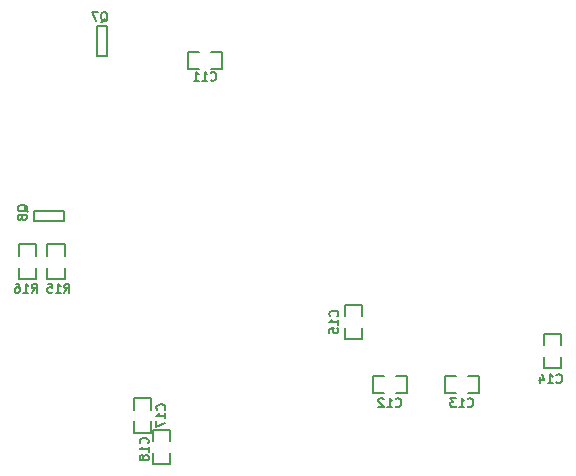
<source format=gbo>
G04 (created by PCBNEW (2013-jul-07)-stable) date Mon 11 May 2015 11:07:11 AM PDT*
%MOIN*%
G04 Gerber Fmt 3.4, Leading zero omitted, Abs format*
%FSLAX34Y34*%
G01*
G70*
G90*
G04 APERTURE LIST*
%ADD10C,0.006*%
G04 APERTURE END LIST*
G54D10*
X76470Y-50511D02*
X76809Y-50511D01*
X76470Y-49486D02*
X76809Y-49486D01*
X76809Y-50511D02*
X76809Y-49486D01*
X76470Y-49486D02*
X76470Y-50511D01*
X74368Y-55670D02*
X74368Y-56009D01*
X75393Y-55670D02*
X75393Y-56009D01*
X74368Y-56009D02*
X75393Y-56009D01*
X75393Y-55670D02*
X74368Y-55670D01*
X74450Y-57555D02*
X74450Y-57942D01*
X74450Y-57942D02*
X73869Y-57942D01*
X73869Y-57942D02*
X73869Y-57555D01*
X74450Y-56777D02*
X74450Y-57161D01*
X74450Y-56777D02*
X73869Y-56777D01*
X73869Y-56777D02*
X73869Y-57161D01*
X75410Y-57555D02*
X75410Y-57942D01*
X75410Y-57942D02*
X74829Y-57942D01*
X74829Y-57942D02*
X74829Y-57555D01*
X75410Y-56777D02*
X75410Y-57161D01*
X75410Y-56777D02*
X74829Y-56777D01*
X74829Y-56777D02*
X74829Y-57161D01*
X80278Y-50356D02*
X80652Y-50356D01*
X79884Y-50356D02*
X79511Y-50356D01*
X80278Y-50923D02*
X80652Y-50923D01*
X79511Y-50923D02*
X79884Y-50923D01*
X80652Y-50923D02*
X80652Y-50356D01*
X79511Y-50356D02*
X79511Y-50923D01*
X88838Y-61156D02*
X89212Y-61156D01*
X88444Y-61156D02*
X88071Y-61156D01*
X88838Y-61723D02*
X89212Y-61723D01*
X88071Y-61723D02*
X88444Y-61723D01*
X89212Y-61723D02*
X89212Y-61156D01*
X88071Y-61156D02*
X88071Y-61723D01*
X91396Y-60121D02*
X91396Y-59747D01*
X91396Y-60515D02*
X91396Y-60888D01*
X91963Y-60121D02*
X91963Y-59747D01*
X91963Y-60888D02*
X91963Y-60515D01*
X91963Y-59747D02*
X91396Y-59747D01*
X91396Y-60888D02*
X91963Y-60888D01*
X84756Y-59161D02*
X84756Y-58787D01*
X84756Y-59555D02*
X84756Y-59928D01*
X85323Y-59161D02*
X85323Y-58787D01*
X85323Y-59928D02*
X85323Y-59555D01*
X85323Y-58787D02*
X84756Y-58787D01*
X84756Y-59928D02*
X85323Y-59928D01*
X86438Y-61156D02*
X86812Y-61156D01*
X86044Y-61156D02*
X85671Y-61156D01*
X86438Y-61723D02*
X86812Y-61723D01*
X85671Y-61723D02*
X86044Y-61723D01*
X86812Y-61723D02*
X86812Y-61156D01*
X85671Y-61156D02*
X85671Y-61723D01*
X77716Y-62281D02*
X77716Y-61907D01*
X77716Y-62675D02*
X77716Y-63048D01*
X78283Y-62281D02*
X78283Y-61907D01*
X78283Y-63048D02*
X78283Y-62675D01*
X78283Y-61907D02*
X77716Y-61907D01*
X77716Y-63048D02*
X78283Y-63048D01*
X78356Y-63321D02*
X78356Y-62947D01*
X78356Y-63715D02*
X78356Y-64088D01*
X78923Y-63321D02*
X78923Y-62947D01*
X78923Y-64088D02*
X78923Y-63715D01*
X78923Y-62947D02*
X78356Y-62947D01*
X78356Y-64088D02*
X78923Y-64088D01*
X76603Y-49362D02*
X76631Y-49348D01*
X76660Y-49319D01*
X76703Y-49276D01*
X76731Y-49262D01*
X76760Y-49262D01*
X76746Y-49334D02*
X76774Y-49319D01*
X76803Y-49291D01*
X76817Y-49234D01*
X76817Y-49134D01*
X76803Y-49076D01*
X76774Y-49048D01*
X76746Y-49034D01*
X76689Y-49034D01*
X76660Y-49048D01*
X76631Y-49076D01*
X76617Y-49134D01*
X76617Y-49234D01*
X76631Y-49291D01*
X76660Y-49319D01*
X76689Y-49334D01*
X76746Y-49334D01*
X76517Y-49034D02*
X76317Y-49034D01*
X76446Y-49334D01*
X74165Y-55680D02*
X74151Y-55651D01*
X74122Y-55622D01*
X74080Y-55580D01*
X74065Y-55551D01*
X74065Y-55522D01*
X74137Y-55537D02*
X74122Y-55508D01*
X74094Y-55480D01*
X74037Y-55465D01*
X73937Y-55465D01*
X73880Y-55480D01*
X73851Y-55508D01*
X73837Y-55537D01*
X73837Y-55594D01*
X73851Y-55622D01*
X73880Y-55651D01*
X73937Y-55665D01*
X74037Y-55665D01*
X74094Y-55651D01*
X74122Y-55622D01*
X74137Y-55594D01*
X74137Y-55537D01*
X73965Y-55837D02*
X73951Y-55808D01*
X73937Y-55794D01*
X73908Y-55780D01*
X73894Y-55780D01*
X73865Y-55794D01*
X73851Y-55808D01*
X73837Y-55837D01*
X73837Y-55894D01*
X73851Y-55922D01*
X73865Y-55937D01*
X73894Y-55951D01*
X73908Y-55951D01*
X73937Y-55937D01*
X73951Y-55922D01*
X73965Y-55894D01*
X73965Y-55837D01*
X73980Y-55808D01*
X73994Y-55794D01*
X74022Y-55780D01*
X74080Y-55780D01*
X74108Y-55794D01*
X74122Y-55808D01*
X74137Y-55837D01*
X74137Y-55894D01*
X74122Y-55922D01*
X74108Y-55937D01*
X74080Y-55951D01*
X74022Y-55951D01*
X73994Y-55937D01*
X73980Y-55922D01*
X73965Y-55894D01*
X74307Y-58389D02*
X74407Y-58246D01*
X74478Y-58389D02*
X74478Y-58089D01*
X74364Y-58089D01*
X74335Y-58103D01*
X74321Y-58117D01*
X74307Y-58146D01*
X74307Y-58189D01*
X74321Y-58217D01*
X74335Y-58232D01*
X74364Y-58246D01*
X74478Y-58246D01*
X74021Y-58389D02*
X74192Y-58389D01*
X74107Y-58389D02*
X74107Y-58089D01*
X74135Y-58132D01*
X74164Y-58160D01*
X74192Y-58174D01*
X73764Y-58089D02*
X73821Y-58089D01*
X73849Y-58103D01*
X73864Y-58117D01*
X73892Y-58160D01*
X73907Y-58217D01*
X73907Y-58332D01*
X73892Y-58360D01*
X73878Y-58374D01*
X73849Y-58389D01*
X73792Y-58389D01*
X73764Y-58374D01*
X73749Y-58360D01*
X73735Y-58332D01*
X73735Y-58260D01*
X73749Y-58232D01*
X73764Y-58217D01*
X73792Y-58203D01*
X73849Y-58203D01*
X73878Y-58217D01*
X73892Y-58232D01*
X73907Y-58260D01*
X75389Y-58389D02*
X75489Y-58246D01*
X75561Y-58389D02*
X75561Y-58089D01*
X75446Y-58089D01*
X75418Y-58103D01*
X75403Y-58117D01*
X75389Y-58146D01*
X75389Y-58189D01*
X75403Y-58217D01*
X75418Y-58232D01*
X75446Y-58246D01*
X75561Y-58246D01*
X75103Y-58389D02*
X75275Y-58389D01*
X75189Y-58389D02*
X75189Y-58089D01*
X75218Y-58132D01*
X75246Y-58160D01*
X75275Y-58174D01*
X74832Y-58089D02*
X74975Y-58089D01*
X74989Y-58232D01*
X74975Y-58217D01*
X74946Y-58203D01*
X74875Y-58203D01*
X74846Y-58217D01*
X74832Y-58232D01*
X74818Y-58260D01*
X74818Y-58332D01*
X74832Y-58360D01*
X74846Y-58374D01*
X74875Y-58389D01*
X74946Y-58389D01*
X74975Y-58374D01*
X74989Y-58360D01*
X80272Y-51292D02*
X80287Y-51307D01*
X80330Y-51321D01*
X80358Y-51321D01*
X80401Y-51307D01*
X80430Y-51278D01*
X80444Y-51250D01*
X80458Y-51192D01*
X80458Y-51150D01*
X80444Y-51092D01*
X80430Y-51064D01*
X80401Y-51035D01*
X80358Y-51021D01*
X80330Y-51021D01*
X80287Y-51035D01*
X80272Y-51050D01*
X79987Y-51321D02*
X80158Y-51321D01*
X80072Y-51321D02*
X80072Y-51021D01*
X80101Y-51064D01*
X80130Y-51092D01*
X80158Y-51107D01*
X79701Y-51321D02*
X79872Y-51321D01*
X79787Y-51321D02*
X79787Y-51021D01*
X79815Y-51064D01*
X79844Y-51092D01*
X79872Y-51107D01*
X88832Y-62172D02*
X88847Y-62187D01*
X88890Y-62201D01*
X88918Y-62201D01*
X88961Y-62187D01*
X88990Y-62158D01*
X89004Y-62130D01*
X89018Y-62072D01*
X89018Y-62030D01*
X89004Y-61972D01*
X88990Y-61944D01*
X88961Y-61915D01*
X88918Y-61901D01*
X88890Y-61901D01*
X88847Y-61915D01*
X88832Y-61930D01*
X88547Y-62201D02*
X88718Y-62201D01*
X88632Y-62201D02*
X88632Y-61901D01*
X88661Y-61944D01*
X88690Y-61972D01*
X88718Y-61987D01*
X88447Y-61901D02*
X88261Y-61901D01*
X88361Y-62015D01*
X88318Y-62015D01*
X88290Y-62030D01*
X88275Y-62044D01*
X88261Y-62072D01*
X88261Y-62144D01*
X88275Y-62172D01*
X88290Y-62187D01*
X88318Y-62201D01*
X88404Y-62201D01*
X88432Y-62187D01*
X88447Y-62172D01*
X91792Y-61372D02*
X91807Y-61387D01*
X91850Y-61401D01*
X91878Y-61401D01*
X91921Y-61387D01*
X91950Y-61358D01*
X91964Y-61330D01*
X91978Y-61272D01*
X91978Y-61230D01*
X91964Y-61172D01*
X91950Y-61144D01*
X91921Y-61115D01*
X91878Y-61101D01*
X91850Y-61101D01*
X91807Y-61115D01*
X91792Y-61130D01*
X91507Y-61401D02*
X91678Y-61401D01*
X91592Y-61401D02*
X91592Y-61101D01*
X91621Y-61144D01*
X91650Y-61172D01*
X91678Y-61187D01*
X91250Y-61201D02*
X91250Y-61401D01*
X91321Y-61087D02*
X91392Y-61301D01*
X91207Y-61301D01*
X84492Y-59167D02*
X84507Y-59152D01*
X84521Y-59110D01*
X84521Y-59081D01*
X84507Y-59038D01*
X84478Y-59010D01*
X84450Y-58995D01*
X84392Y-58981D01*
X84350Y-58981D01*
X84292Y-58995D01*
X84264Y-59010D01*
X84235Y-59038D01*
X84221Y-59081D01*
X84221Y-59110D01*
X84235Y-59152D01*
X84250Y-59167D01*
X84521Y-59452D02*
X84521Y-59281D01*
X84521Y-59367D02*
X84221Y-59367D01*
X84264Y-59338D01*
X84292Y-59310D01*
X84307Y-59281D01*
X84221Y-59724D02*
X84221Y-59581D01*
X84364Y-59567D01*
X84350Y-59581D01*
X84335Y-59610D01*
X84335Y-59681D01*
X84350Y-59710D01*
X84364Y-59724D01*
X84392Y-59738D01*
X84464Y-59738D01*
X84492Y-59724D01*
X84507Y-59710D01*
X84521Y-59681D01*
X84521Y-59610D01*
X84507Y-59581D01*
X84492Y-59567D01*
X86432Y-62172D02*
X86447Y-62187D01*
X86490Y-62201D01*
X86518Y-62201D01*
X86561Y-62187D01*
X86590Y-62158D01*
X86604Y-62130D01*
X86618Y-62072D01*
X86618Y-62030D01*
X86604Y-61972D01*
X86590Y-61944D01*
X86561Y-61915D01*
X86518Y-61901D01*
X86490Y-61901D01*
X86447Y-61915D01*
X86432Y-61930D01*
X86147Y-62201D02*
X86318Y-62201D01*
X86232Y-62201D02*
X86232Y-61901D01*
X86261Y-61944D01*
X86290Y-61972D01*
X86318Y-61987D01*
X86032Y-61930D02*
X86018Y-61915D01*
X85990Y-61901D01*
X85918Y-61901D01*
X85890Y-61915D01*
X85875Y-61930D01*
X85861Y-61958D01*
X85861Y-61987D01*
X85875Y-62030D01*
X86047Y-62201D01*
X85861Y-62201D01*
X78732Y-62287D02*
X78747Y-62272D01*
X78761Y-62230D01*
X78761Y-62201D01*
X78747Y-62158D01*
X78718Y-62130D01*
X78690Y-62115D01*
X78632Y-62101D01*
X78590Y-62101D01*
X78532Y-62115D01*
X78504Y-62130D01*
X78475Y-62158D01*
X78461Y-62201D01*
X78461Y-62230D01*
X78475Y-62272D01*
X78490Y-62287D01*
X78761Y-62572D02*
X78761Y-62401D01*
X78761Y-62487D02*
X78461Y-62487D01*
X78504Y-62458D01*
X78532Y-62430D01*
X78547Y-62401D01*
X78461Y-62672D02*
X78461Y-62872D01*
X78761Y-62744D01*
X78172Y-63407D02*
X78187Y-63392D01*
X78201Y-63350D01*
X78201Y-63321D01*
X78187Y-63278D01*
X78158Y-63250D01*
X78130Y-63235D01*
X78072Y-63221D01*
X78030Y-63221D01*
X77972Y-63235D01*
X77944Y-63250D01*
X77915Y-63278D01*
X77901Y-63321D01*
X77901Y-63350D01*
X77915Y-63392D01*
X77930Y-63407D01*
X78201Y-63692D02*
X78201Y-63521D01*
X78201Y-63607D02*
X77901Y-63607D01*
X77944Y-63578D01*
X77972Y-63550D01*
X77987Y-63521D01*
X78030Y-63864D02*
X78015Y-63835D01*
X78001Y-63821D01*
X77972Y-63807D01*
X77958Y-63807D01*
X77930Y-63821D01*
X77915Y-63835D01*
X77901Y-63864D01*
X77901Y-63921D01*
X77915Y-63950D01*
X77930Y-63964D01*
X77958Y-63978D01*
X77972Y-63978D01*
X78001Y-63964D01*
X78015Y-63950D01*
X78030Y-63921D01*
X78030Y-63864D01*
X78044Y-63835D01*
X78058Y-63821D01*
X78087Y-63807D01*
X78144Y-63807D01*
X78172Y-63821D01*
X78187Y-63835D01*
X78201Y-63864D01*
X78201Y-63921D01*
X78187Y-63950D01*
X78172Y-63964D01*
X78144Y-63978D01*
X78087Y-63978D01*
X78058Y-63964D01*
X78044Y-63950D01*
X78030Y-63921D01*
M02*

</source>
